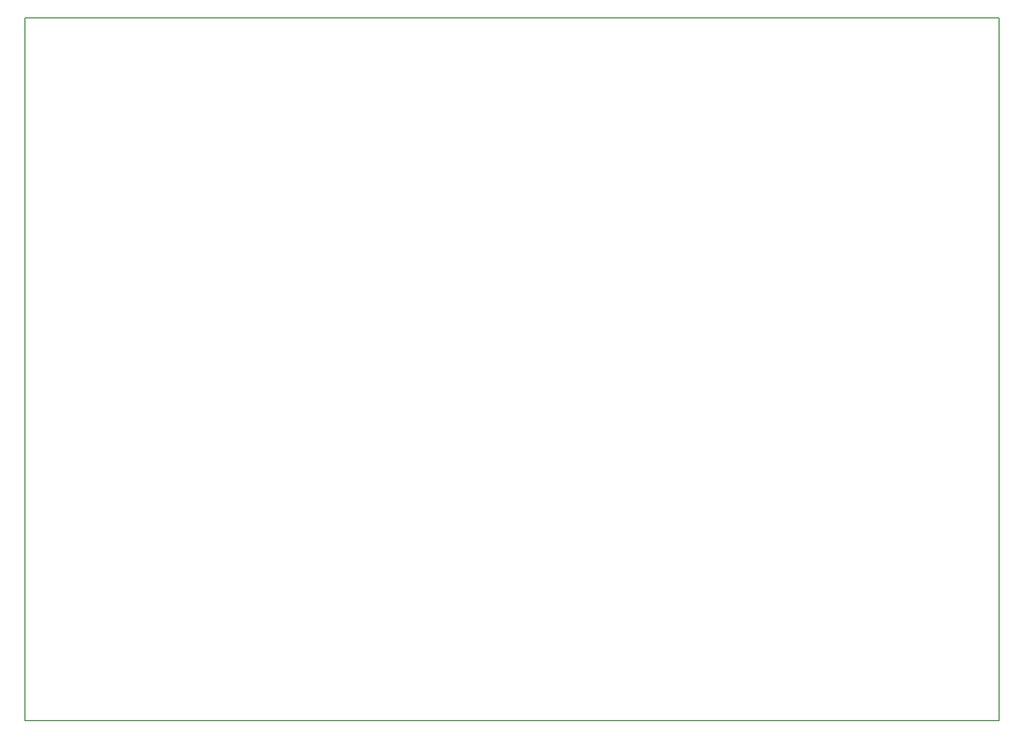
<source format=gm1>
G04 MADE WITH FRITZING*
G04 WWW.FRITZING.ORG*
G04 DOUBLE SIDED*
G04 HOLES PLATED*
G04 CONTOUR ON CENTER OF CONTOUR VECTOR*
%ASAXBY*%
%FSLAX23Y23*%
%MOIN*%
%OFA0B0*%
%SFA1.0B1.0*%
%ADD10R,6.000010X4.330720*%
%ADD11C,0.008000*%
%ADD10C,0.008*%
%LNCONTOUR*%
G90*
G70*
G54D10*
G54D11*
X4Y4327D02*
X5996Y4327D01*
X5996Y4D01*
X4Y4D01*
X4Y4327D01*
D02*
G04 End of contour*
M02*
</source>
